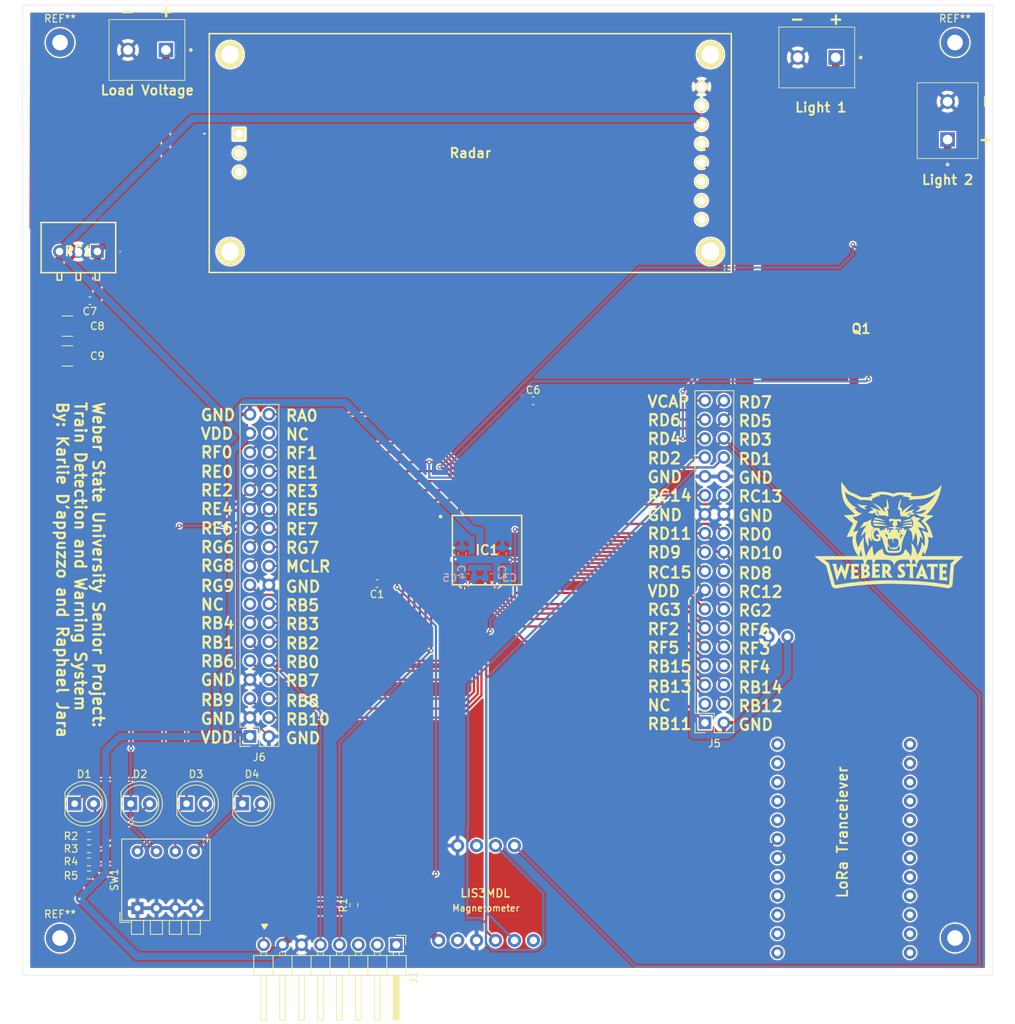
<source format=kicad_pcb>
(kicad_pcb (version 20240108) (generator "pcbnew") (generator_version "8.0")
  (layers (0 "F.Cu" signal) (31 "B.Cu" signal) (34 "B.Paste" user) (35 "F.Paste" user) (36 "B.SilkS" user "B.Silkscreen") (37 "F.SilkS" user "F.Silkscreen") (38 "B.Mask" user) (39 "F.Mask" user) (44 "Edge.Cuts" user))
  (net 0 "")
  (net 1 "RD11")
  (net 2 "RE2")
  (net 3 "RF1")
  (net 4 "RB11")
  (net 5 "RC14")
  (net 6 "RB14")
  (net 7 "VDD")
  (net 8 "RG3")
  (net 9 "RB6")
  (net 10 "RF2")
  (net 11 "RB0")
  (net 12 "RB15")
  (net 13 "GND")
  (net 14 "RB13")
  (net 15 "RB7")
  (net 16 "RE3")
  (net 17 "RE1")
  (net 18 "RD8")
  (net 19 "RD10")
  (net 20 "RB10")
  (net 21 "RG8")
  (net 22 "MCLR")
  (net 23 "RE5")
  (net 24 "RC15")
  (net 25 "RD2")
  (net 26 "RC13")
  (net 27 "RF3")
  (net 28 "RB2")
  (net 29 "RE6")
  (net 30 "RB12")
  (net 31 "RD0")
  (net 32 "RF6")
  (net 33 "RG9")
  (net 34 "RE0")
  (net 35 "RD3")
  (net 36 "RD1")
  (net 37 "RF0")
  (net 38 "RA0")
  (net 39 "RD9")
  (net 40 "RB4")
  (net 41 "RD4")
  (net 42 "RG7")
  (net 43 "RF5")
  (net 44 "RE7")
  (net 45 "RD7")
  (net 46 "RD5")
  (net 47 "RB5")
  (net 48 "RB3")
  (net 49 "RG2")
  (net 50 "VCAP")
  (net 51 "RB8")
  (net 52 "RG6")
  (net 53 "RE4")
  (net 54 "RD6")
  (net 55 "RB9")
  (net 56 "RC12")
  (net 57 "RB1")
  (net 58 "RF4")
  (net 71 "Net-(D1-A)")
  (net 73 "Net-(D2-A)")
  (net 74 "Net-(D4-A)")
  (net 75 "12V")
  (net 76 "Light_2_Positive")
  (net 77 "Light_1_Positive")
  (net 103 "Net-(D3-A)")
  (footprint "Resistor_SMD:R_0603_1608Metric" (layer "F.Cu") (at 244.875 151.8)
    (property "Reference" "R4")
    (property "Value" "1kohm")
  )
  (footprint "Radar:KMD7RFB00H02" (layer "F.Cu") (at 265 54.27)
    (property "Reference" "Radar")
    (property "Value" "K-MD7-RFB-00H-02" (hide yes))
  )
  (footprint "Capacitor_SMD:C_0603_1608Metric" (layer "F.Cu") (at 245 76.6 180)
    (property "Reference" "C7")
    (property "Value" "10uF")
  )
  (footprint "Resistor_SMD:R_0603_1608Metric" (layer "F.Cu") (at 244.875 153.55)
    (property "Reference" "R5")
    (property "Value" "1kohm")
  )
  (footprint "Power_MOSFET:SIB912DKT1GE3" (layer "F.Cu") (at 348.4 78.425)
    (property "Reference" "Q1")
    (property "Value" "SIB912DK-T1-GE3" (hide yes))
  )
  (footprint "Step_Down_Voltage:TPSM84203EAB" (layer "F.Cu") (at 246 70 180)
    (property "Reference" "PS1")
    (property "Value" "TPSM84203EAB" (hide yes))
  )
  (footprint "Screw_Terminal:1729128" (layer "F.Cu") (at 360 55 90)
    (property "Reference" "Light 2")
    (property "Value" "1729128" (hide yes))
  )
  (footprint "pic24_footprint:QFP50P1200X1200X120-64N" (layer "F.Cu") (at 298.25 110.022)
    (property "Reference" "IC1")
    (property "Value" "PIC24FJ128GL306-I_PT" (hide yes))
  )
  (footprint "Adafruit-LIS3MDL-PCB-master:LIS3MDL" (layer "F.Cu") (at 298 156)
    (property "Reference" "U1" (hide yes))
    (property "Value" "LIS3MDL_Breakout" (hide yes))
  )
  (footprint "Capacitor_SMD:C_1210_3225Metric" (layer "F.Cu") (at 242 80 180)
    (property "Reference" "C8")
    (property "Value" "47uF")
  )
  (footprint "LED_THT:LED_D5.0mm" (layer "F.Cu") (at 250.46 144)
    (property "Reference" "D2")
    (property "Value" "LED")
  )
  (footprint "LED_THT:LED_D5.0mm" (layer "F.Cu") (at 265.46 144)
    (property "Reference" "D4")
    (property "Value" "LED")
  )
  (footprint "MountingHole:MountingHole_2.1mm" (layer "F.Cu") (at 241 42)
    (property "Reference" "REF**")
    (property "Value" "MountingHole_2.1mm")
  )
  (footprint "MountingHole:MountingHole_2.1mm" (layer "F.Cu") (at 361 42)
    (property "Reference" "REF**")
    (property "Value" "MountingHole_2.1mm")
  )
  (footprint "" (layer "F.Cu") (at 361 162)
    (property "Reference" "")
    (property "Value" "")
  )
  (footprint "Screw_Terminal:1729128" (layer "F.Cu") (at 345 44 180)
    (property "Reference" "Light 1")
    (property "Value" "1729128" (hide yes))
  )
  (footprint "Connector_PinSocket_2.54mm:PinSocket_2x18_P2.54mm_Vertical" (layer "F.Cu") (at 266.46 135 180)
    (property "Reference" "J6")
    (property "Value" "Conn_02x18_Odd_Even")
  )
  (footprint "MountingHole:MountingHole_2.1mm" (layer "F.Cu") (at 241 162)
    (property "Reference" "REF**")
    (property "Value" "MountingHole_2.1mm")
  )
  (footprint "Screw_Terminal:1729128" (layer "F.Cu") (at 255.185 43 180)
    (property "Reference" "Load Voltage")
    (property "Value" "1729128" (hide yes))
  )
  (footprint "Capacitor_SMD:C_1210_3225Metric" (layer "F.Cu") (at 242 84)
    (property "Reference" "C9")
    (property "Value" "47uF")
  )
  (footprint "Capacitor_SMD:C_0603_1608Metric" (layer "F.Cu") (at 304.43 90)
    (property "Reference" "C6")
    (property "Value" "10uF")
  )
  (footprint "LoRa Tranciever:Wio-E5_mini" (layer "F.Cu") (at 346 150 -90)
    (property "Reference" "U3" (hide yes))
    (property "Value" "Wio-E5_mini")
  )
  (footprint "LED_THT:LED_D5.0mm" (layer "F.Cu") (at 242.96 144)
    (property "Reference" "D1")
    (property "Value" "LED")
  )
  (footprint "Connector_PinSocket_2.54mm:PinSocket_2x18_P2.54mm_Vertical" (layer "F.Cu") (at 327.46 133.16 180)
    (property "Reference" "J5")
    (property "Value" "Conn_02x18_Odd_Even" (hide yes))
  )
  (footprint "Connector_PinHeader_2.54mm:PinHeader_1x08_P2.54mm_Horizontal" (layer "F.Cu") (at 286.08 162.9 -90)
    (property "Reference" "J1")
    (property "Value" "Conn_01x08_Pin")
  )
  (footprint "Resistor_SMD:R_0603_1608Metric" (layer "F.Cu") (at 244.875 148.3)
    (property "Reference" "R2")
    (property "Value" "1kohm")
  )
  (footprint "Capacitor_SMD:C_0603_1608Metric" (layer "F.Cu") (at 283.5 114.5 180)
    (property "Reference" "C1")
    (property "Value" "0.1 uF")
  )
  (footprint "Resistor_SMD:R_0603_1608Metric" (layer "F.Cu") (at 280.4 157.6 90)
    (property "Reference" "R1")
    (property "Value" "330ohm")
  )
  (footprint "Button_Switch_THT:SW_DIP_SPSTx04_Piano_10.8x11.72mm_W7.62mm_P2.54mm" (layer "F.Cu") (at 251.38 158 90)
    (property "Reference" "SW1")
    (property "Value" "SW_DIP_x04")
  )
  (footprint "LOGO" (layer "F.Cu") (at 352.12 108.01)
    (property "Reference" "G***")
    (property "Value" "LOGO" (hide yes))
  )
  (footprint "Resistor_SMD:R_0603_1608Metric" (layer "F.Cu") (at 244.875 150.05)
    (property "Reference" "R3")
    (property "Value" "1kohm")
  )
  (footprint "LED_THT:LED_D5.0mm" (layer "F.Cu") (at 257.96 144)
    (property "Reference" "D3")
    (property "Value" "LED")
  )
  (footprint "Capacitor_SMD:C_0603_1608Metric" (layer "B.Cu") (at 294.9 110.5 -90)
    (property "Reference" "C4")
    (property "Value" "0.1 uF")
  )
  (footprint "Capacitor_SMD:C_0603_1608Metric" (layer "B.Cu") (at 300.3 110.5 -90)
    (property "Reference" "C2")
    (property "Value" "0.1 uF")
  )
  (footprint "Capacitor_SMD:C_0603_1608Metric" (layer "B.Cu") (at 298.8 113.7)
    (property "Reference" "C3")
    (property "Value" "0.1 uF")
  )
  (footprint "Capacitor_SMD:C_0603_1608Metric" (layer "B.Cu") (at 295.725 113.7 180)
    (property "Reference" "C5")
    (property "Value" "0.1 uF")
  )
  (gr_rect (start 347.1423 78.12) (end 348.2377 78.73) (stroke (width 0.01)) (fill solid) (layer "F.Cu") (net 77))
  (gr_rect (start 346.95 79.05) (end 347.95 91.85) (stroke (width 0.2)) (fill solid) (layer "F.Cu") (net 13))
  (gr_line (start 266.5 132.4) (end 269 135) (stroke (width 0.2)) (layer "F.Cu") (net 13))
  (gr_rect (start 348.9 65) (end 349.9 77.8) (stroke (width 0.2)) (fill solid) (layer "F.Cu") (net 13))
  (gr_rect (start 348.56 78.12) (end 349.6554 78.73) (stroke (width 0.01)) (fill solid) (layer "F.Cu") (net 76))
  (gr_rect (start 236 37) (end 366 167) (stroke (width 0.05)) (fill none) (layer "Edge.Cuts"))
  (gr_text "RE6" (at 259.7 108 0) (layer "F.SilkS") (effects (font (size 1.5 1.5) (thickness 0.3) (bold yes)) (justify left bottom)))
  (gr_text "RF0" (at 259.7 97.8 0) (layer "F.SilkS") (effects (font (size 1.5 1.5) (thickness 0.3) (bold yes)) (justify left bottom)))
  (gr_text "GND" (at 259.7 92.8 0) (layer "F.SilkS") (effects (font (size 1.5 1.5) (thickness 0.3) (bold yes)) (justify left bottom)))
  (gr_text "GND" (at 319.6 106.2 0) (layer "F.SilkS") (effects (font (size 1.5 1.5) (thickness 0.3) (bold yes)) (justify left bottom)))
  (gr_text "RG9" (at 259.7 115.7 0) (layer "F.SilkS") (effects (font (size 1.5 1.5) (thickness 0.3) (bold yes)) (justify left bottom)))
  (gr_text "Weber State University Senior Project:\nTrain Detection and Warning System\nBy: Karlie D'appuzzo and Raphael Jara" (at 240.43 90 -90) (layer "F.SilkS") (effects (font (size 1.5 1.5) (thickness 0.3) (bold yes)) (justify left bottom)))
  (gr_text "RB3" (at 271.1 120.8 0) (layer "F.SilkS") (effects (font (size 1.5 1.5) (thickness 0.3) (bold yes)) (justify left bottom)))
  (gr_text "GND" (at 271.1 115.8 0) (layer "F.SilkS") (effects (font (size 1.5 1.5) (thickness 0.3) (bold yes)) (justify left bottom)))
  (gr_text "RC13" (at 331.8 103.7 0) (layer "F.SilkS") (effects (font (size 1.5 1.5) (thickness 0.3) (bold yes)) (justify left bottom)))
  (gr_text "RG3" (at 319.6 118.9 0) (layer "F.SilkS") (effects (font (size 1.5 1.5) (thickness 0.3) (bold yes)) (justify left bottom)))
  (gr_text "RD11" (at 319.6 108.7 0) (layer "F.SilkS") (effects (font (size 1.5 1.5) (thickness 0.3) (bold yes)) (justify left bottom)))
  (gr_text "RE7" (at 271.1 108.1 0) (layer "F.SilkS") (effects (font (size 1.5 1.5) (thickness 0.3) (bold yes)) (justify left bottom)))
  (gr_text "RG8" (at 259.7 113 0) (layer "F.SilkS") (effects (font (size 1.5 1.5) (thickness 0.3) (bold yes)) (justify left bottom)))
  (gr_text "GND" (at 319.6 101.1 0) (layer "F.SilkS") (effects (font (size 1.5 1.5) (thickness 0.3) (bold yes)) (justify left bottom)))
  (gr_text "RE1" (at 271.1 100.5 0) (layer "F.SilkS") (effects (font (size 1.5 1.5) (thickness 0.3) (bold yes)) (justify left bottom)))
  (gr_text "NC" (at 259.7 118.2 0) (layer "F.SilkS") (effects (font (size 1.5 1.5) (thickness 0.3) (bold yes)) (justify left bottom)))
  (gr_text "RC12" (at 331.8 116.5 0) (layer "F.SilkS") (effects (font (size 1.5 1.5) (thickness 0.3) (bold yes)) (justify left bottom)))
  (gr_text "RE5" (at 271.1 105.5 0) (layer "F.SilkS") (effects (font (size 1.5 1.5) (thickness 0.3) (bold yes)) (justify left bottom)))
  (gr_text "RB9" (at 259.7 131 0) (layer "F.SilkS") (effects (font (size 1.5 1.5) (thickness 0.3) (bold yes)) (justify left bottom)))
  (gr_text "RA0" (at 271.1 92.9 0) (layer "F.SilkS") (effects (font (size 1.5 1.5) (thickness 0.3) (bold yes)) (justify left bottom)))
  (gr_text "MCLR" (at 271.1 113.1 0) (layer "F.SilkS") (effects (font (size 1.5 1.5) (thickness 0.3) (bold yes)) (justify left bottom)))
  (gr_text "RB12" (at 331.8 131.8 0) (layer "F.SilkS") (effects (font (size 1.5 1.5) (thickness 0.3) (bold yes)) (justify left bottom)))
  (gr_text "GND" (at 331.8 134.3 0) (layer "F.SilkS") (effects (font (size 1.5 1.5) (thickness 0.3) (bold yes)) (justify left bottom)))
  (gr_text "RC15" (at 319.6 113.9 0) (layer "F.SilkS") (effects (font (size 1.5 1.5) (thickness 0.3) (bold yes)) (justify left bottom)))
  (gr_text "+" (at 343.9 39.7 0) (layer "F.SilkS") (effects (font (size 1.5 1.5) (thickness 0.3) (bold yes)) (justify left bottom)))
  (gr_text "RF3" (at 331.8 124.1 0) (layer "F.SilkS") (effects (font (size 1.5 1.5) (thickness 0.3) (bold yes)) (justify left bottom)))
  (gr_text "RD5" (at 331.8 93.6 0) (layer "F.SilkS") (effects (font (size 1.5 1.5) (thickness 0.3) (bold yes)) (justify left bottom)))
  (gr_text "RB14" (at 331.8 129.3 0) (layer "F.SilkS") (effects (font (size 1.5 1.5) (thickness 0.3) (bold yes)) (justify left bottom)))
  (gr_text "RD9" (at 319.6 111.2 0) (layer "F.SilkS") (effects (font (size 1.5 1.5) (thickness 0.3) (bold yes)) (justify left bottom)))
  (gr_text "RD1" (at 331.8 98.7 0) (layer "F.SilkS") (effects (font (size 1.5 1.5) (thickness 0.3) (bold yes)) (justify left bottom)))
  (gr_text "RE2" (at 259.7 102.9 0) (layer "F.SilkS") (effects (font (size 1.5 1.5) (thickness 0.3) (bold yes)) (justify left bottom)))
  (gr_text "RB13" (at 319.6 129.2 0) (layer "F.SilkS") (effects (font (size 1.5 1.5) (thickness 0.3) (bold yes)) (justify left bottom)))
  (gr_text "RB8" (at 271.1 131.1 0) (layer "F.SilkS") (effects (font (size 1.5 1.5) (thickness 0.3) (bold yes)) (justify left bottom)))
  (gr_text "-" (at 338.7 39.7 0) (layer "F.SilkS") (effects (font (size 1.5 1.5) (thickness 0.3) (bold yes)) (justify left bottom)))
  (gr_text "RG7" (at 271.1 110.6 0) (layer "F.SilkS") (effects (font (size 1.5 1.5) (thickness 0.3) (bold yes)) (justify left bottom)))
  (gr_text "GND" (at 331.8 101.2 0) (layer "F.SilkS") (effects (font (size 1.5 1.5) (thickness 0.3) (bold yes)) (justify left bottom)))
  (gr_text "RD7" (at 331.8 91.1 0) (layer "F.SilkS") (effects (font (size 1.5 1.5) (thickness 0.3) (bold yes)) (justify left bottom)))
  (gr_text "GND" (at 259.7 133.5 0) (layer "F.SilkS") (effects (font (size 1.5 1.5) (thickness 0.3) (bold yes)) (justify left bottom)))
  (gr_text "RB10" (at 271.1 133.6 0) (layer "F.SilkS") (effects (font (size 1.5 1.5) (thickness 0.3) (bold yes)) (justify left bottom)))
  (gr_text "VDD" (at 259.7 136 0) (layer "F.SilkS") (effects (font (size 1.5 1.5) (thickness 0.3) (bold yes)) (justify left bottom)))
  (gr_text "LoRa Tranceiever" (at 346.7 156.8 90) (layer "F.SilkS") (effects (font (size 1.37 1.37) (thickness 0.254) (bold yes)) (justify left bottom)))
  (gr_text "RD6" (at 319.6 93.5 0) (layer "F.SilkS") (effects (font (size 1.5 1.5) (thickness 0.3) (bold yes)) (justify left bottom)))
  (gr_text "RC14" (at 319.6 103.6 0) (layer "F.SilkS") (effects (font (size 1.5 1.5) (thickness 0.3) (bold yes)) (justify left bottom)))
  (gr_text "GND" (at 259.7 128.3 0) (layer "F.SilkS") (effects (font (size 1.5 1.5) (thickness 0.3) (bold yes)) (justify left bottom)))
  (gr_text "RE4" (at 259.7 105.4 0) (layer "F.SilkS") (effects (font (size 1.5 1.5) (thickness 0.3) (bold yes)) (justify left bottom)))
  (gr_text "VCAP" (at 319.6 91 0) (layer "F.SilkS") (effects (font (size 1.5 1.5) (thickness 0.3) (bold yes)) (justify left bottom)))
  (gr_text "-" (at 248.9 38.7 0) (layer "F.SilkS") (effects (font (size 1.5 1.5) (thickness 0.3) (bold yes)) (justify left bottom)))
  (gr_text "RB2" (at 271.1 123.4 0) (layer "F.SilkS") (effects (font (size 1.5 1.5) (thickness 0.3) (bold yes)) (justify left bottom)))
  (gr_text "RF4" (at 331.8 126.6 0) (layer "F.SilkS") (effects (font (size 1.5 1.5) (thickness 0.3) (bold yes)) (justify left bottom)))
  (gr_text "RB6" (at 259.7 125.8 0) (layer "F.SilkS") (effects (font (size 1.5 1.5) (thickness 0.3) (bold yes)) (justify left bottom)))
  (gr_text "RF1" (at 271.1 97.9 0) (layer "F.SilkS") (effects (font (size 1.5 1.5) (thickness 0.3) (bold yes)) (justify left bottom)))
  (gr_text "VDD" (at 319.6 116.4 0) (layer "F.SilkS") (effects (font (size 1.5 1.5) (thickness 0.3) (bold yes)) (justify left bottom)))
  (gr_text "RG2" (at 331.8 119 0) (layer "F.SilkS") (effects (font (size 1.5 1.5) (thickness 0.3) (bold yes)) (justify left bottom)))
  (gr_text "RD2" (at 319.6 98.6 0) (layer "F.SilkS") (effects (font (size 1.5 1.5) (thickness 0.3) (bold yes)) (justify left bottom)))
  (gr_text "RD10" (at 331.8 111.3 0) (layer "F.SilkS") (effects (font (size 1.5 1.5) (thickness 0.3) (bold yes)) (justify left bottom)))
  (gr_text "RB5" (at 271.1 118.3 0) (layer "F.SilkS") (effects (font (size 1.5 1.5) (thickness 0.3) (bold yes)) (justify left bottom)))
  (gr_text "RD8" (at 331.8 114 0) (layer "F.SilkS") (effects (font (size 1.5 1.5) (thickness 0.3) (bold yes)) (justify left bottom)))
  (gr_text "+" (at 254.1 38.7 0) (layer "F.SilkS") (effects (font (size 1.5 1.5) (thickness 0.3) (bold yes)) (justify left bottom)))
  (gr_text "RB4" (at 259.7 120.7 0) (layer "F.SilkS") (effects (font (size 1.5 1.5) (thickness 0.3) (bold yes)) (justify left bottom)))
  (gr_text "NC" (at 319.6 131.7 0) (layer "F.SilkS") (effects (font (size 1.5 1.5) (thickness 0.3) (bold yes)) (justify left bottom)))
  (gr_text "RD0" (at 331.8 108.8 0) (layer "F.SilkS") (effects (font (size 1.5 1.5) (thickness 0.3) (bold yes)) (justify left bottom)))
  (gr_text "GND" (at 271.1 136.1 0) (layer "F.SilkS") (effects (font (size 1.5 1.5) (thickness 0.3) (bold yes)) (justify left bottom)))
  (gr_text "-" (at 365.8 51 90) (layer "F.SilkS") (effects (font (size 1.5 1.5) (thickness 0.3) (bold yes)) (justify left bottom)))
  (gr_text "NC" (at 271.1 95.4 0) (layer "F.SilkS") (effects (font (size 1.5 1.5) (thickness 0.3) (bold yes)) (justify left bottom)))
  (gr_text "RG6" (at 259.7 110.5 0) (layer "F.SilkS") (effects (font (size 1.5 1.5) (thickness 0.3) (bold yes)) (justify left bottom)))
  (gr_text "RB1" (at 259.7 123.3 0) (layer "F.SilkS") (effects (font (size 1.5 1.5) (thickness 0.3) (bold yes)) (justify left bottom)))
  (gr_text "VDD" (at 259.7 95.3 0) (layer "F.SilkS") (effects (font (size 1.5 1.5) (thickness 0.3) (bold yes)) (justify left bottom)))
  (gr_text "+" (at 365.9 56.2 90) (layer "F.SilkS") (effects (font (size 1.5 1.5) (thickness 0.3) (bold yes)) (justify left bottom)))
  (gr_text "RD4" (at 319.6 96 0) (layer "F.SilkS") (effects (font (size 1.5 1.5) (thickness 0.3) (bold yes)) (justify left bottom)))
  (gr_text "RB7" (at 271.1 128.4 0) (layer "F.SilkS") (effects (font (size 1.5 1.5) (thickness 0.3) (bold yes)) (justify left bottom)))
  (gr_text "RF5" (at 319.6 124 0) (layer "F.SilkS") (effects (font (size 1.5 1.5) (thickness 0.3) (bold yes)) (justify left bottom)))
  (gr_text "RB0" (at 271.1 125.9 0) (layer "F.SilkS") (effects (font (size 1.5 1.5) (thickness 0.3) (bold yes)) (justify left bottom)))
  (gr_text "GND" (at 331.8 106.3 0) (layer "F.SilkS") (effects (font (size 1.5 1.5) (thickness 0.3) (bold yes)) (justify left bottom)))
  (gr_text "RB11" (at 319.6 134.2 0) (layer "F.SilkS") (effects (font (size 1.5 1.5) (thickness 0.3) (bold yes)) (justify left bottom)))
  (gr_text "RE0" (at 259.7 100.4 0) (layer "F.SilkS") (effects (font (size 1.5 1.5) (thickness 0.3) (bold yes)) (justify left bottom)))
  (gr_text "RE3" (at 271.1 103 0) (layer "F.SilkS") (effects (font (size 1.5 1.5) (thickness 0.3) (bold yes)) (justify left bottom)))
  (gr_text "RD3" (at 331.8 96.1 0) (layer "F.SilkS") (effects (font (size 1.5 1.5) (thickness 0.3) (bold yes)) (justify left bottom)))
  (gr_text "RF2" (at 319.6 121.5 0) (layer "F.SilkS") (effects (font (size 1.5 1.5) (thickness 0.3) (bold yes)) (justify left bottom)))
  (gr_text "RB15" (at 319.6 126.5 0) (layer "F.SilkS") (effects (font (size 1.5 1.5) (thickness 0.3) (bold yes)) (justify left bottom)))
  (gr_text "RF6" (at 331.8 121.6 0) (layer "F.SilkS") (effects (font (size 1.5 1.5) (thickness 0.3) (bold yes)) (justify left bottom)))
  (segment (start 336.0045 151.756909) (end 336.693091 152.4455) (width 0.3) (layer "F.Cu") (net 1))
  (segment (start 336.0045 149.9055) (end 336.0045 151.756909) (width 0.3) (layer "F.Cu") (net 1))
  (segment (start 337.18 148.73) (end 336.0045 149.9055) (width 0.3) (layer "F.Cu") (net 1))
  (segment (start 340.7 149.7) (end 340.7 119.302943) (width 0.3) (layer "F.Cu") (net 1))
  (segment (start 330.364975 108.967918) (end 328.667918 108.967918) (width 0.3) (layer "F.Cu") (net 1))
  (segment (start 327.448 107.772) (end 327.46 107.76) (width 0.3) (layer "F.Cu") (net 1))
  (segment (start 336.693091 152.4455) (end 337.9545 152.4455) (width 0.3) (layer "F.Cu") (net 1))
  (segment (start 303.988 107.772) (end 327.448 107.772) (width 0.3) (layer "F.Cu") (net 1))
  (segment (start 337.9545 152.4455) (end 340.7 149.7) (width 0.3) (layer "F.Cu") (net 1))
  (segment (start 340.7 119.302943) (end 330.364975 108.967918) (width 0.3) (layer "F.Cu") (net 1))
  (segment (start 328.667918 108.967918) (end 327.46 107.76) (width 0.3) (layer "F.Cu") (net 1))
  (segment (start 267.66 100.78) (end 266.46 101.98) (width 0.3) (layer "F.Cu") (net 2))
  (segment (start 295.5 104.284) (end 295.5 102.989393) (width 0.3) (layer "F.Cu") (net 2))
  (segment (start 254.96 140.75) (end 246.21 140.75) (width 0.3) (layer "F.Cu") (net 2))
  (segment (start 254.96 140.75) (end 254.96 113.48) (width 0.3) (layer "F.Cu") (net 2))
  (segment (start 293.290607 100.78) (end 267.66 100.78) (width 0.3) (layer "F.Cu") (net 2))
  (segment (start 251.38 150.38) (end 254.96 146.8) (width 0.3) (layer "F.Cu") (net 2))
  (segment (start 254.96 146.8) (end 254.96 140.75) (width 0.3) (layer "F.Cu") (net 2))
  (segment (start 246.21 140.75) (end 242.96 144) (width 0.3) (layer "F.Cu") (net 2))
  (segment (start 295.5 102.989393) (end 293.290607 100.78) (width 0.3) (layer "F.Cu") (net 2))
  (segment (start 254.96 113.48) (end 266.46 101.98) (width 0.3) (layer "F.Cu") (net 2))
  (segment (start 297 104.284) (end 297 102.368072) (width 0.3) (layer "F.Cu") (net 3))
  (segment (start 291.531928 96.9) (end 269 96.9) (width 0.3) (layer "F.Cu") (net 3))
  (segment (start 297 102.368072) (end 291.531928 96.9) (width 0.3) (layer "F.Cu") (net 3))
  (segment (start 319 124.7) (end 327.46 133.16) (width 0.3) (layer "F.Cu") (net 4))
  (segment (start 319 122.25) (end 319 124.7) (width 0.3) (layer "F.Cu") (net 4))
  (segment (start 303.416966 122.25) (end 319 122.25) (width 0.3) (layer "F.Cu") (net 4))
  (segment (start 298 116.833034) (end 303.416966 122.25) (width 0.3) (layer "F.Cu") (net 4))
  (segment (start 298 115.76) (end 298 116.833034) (width 0.3) (layer "F.Cu") (net 4))
  (segment (start 304.01 106.25) (end 305 106.25) (width 0.3) (layer "F.Cu") (net 5))
  (segment (start 308.57 102.68) (end 327.46 102.68) (width 0.3) (layer "F.Cu") (net 5))
  (segment (start 305 106.25) (end 308.57 102.68) (width 0.3) (layer "F.Cu") (net 5))
  (segment (start 303.988 106.272) (end 304.01 106.25) (width 0.3) (layer "F.Cu") (net 5))
  (segment (start 300.5 117.211713) (end 301.80684 118.518553) (width 0.3) (layer "F.Cu") (net 6))
  (segment (start 300.5 115.76) (end 300.5 117.211713) (width 0.3) (layer "F.Cu") (net 6))
  (segment (start 319.731447 118.518553) (end 319.731447 119.508504) (width 0.3) (layer "F.Cu") (net 6))
  (segment (start 319.731447 119.508504) (end 326.972943 126.75) (width 0.3) (layer "F.Cu") (net 6))
  (segment (start 326.972943 126.75) (end 328.67 126.75) (width 0.3) (layer "F.Cu") (net 6))
  (segment (start 301.80684 118.518553) (end 319.731447 118.518553) (width 0.3) (layer "F.Cu") (net 6))
  (segment (start 328.67 126.75) (end 330 128.08) (width 0.3) (layer "F.Cu") (net 6))
  (segment (start 303.988 111.272) (end 323.352 111.272) (width 0.3) (layer "F.Cu") (net 7))
  (segment (start 244.05 148.3) (end 244.235832 148.3) (width 0.3) (layer "F.Cu") (net 7))
  (segment (start 280.4 158.425) (end 287.868 158.425) (width 1.016) (layer "F.Cu") (net 7))
  (segment (start 303.988 111.272) (end 301.328 111.272) (width 0.3) (layer "F.Cu") (net 7))
  (segment (start 301.328 111.272) (end 301.3 111.3) (width 0.3) (layer "F.Cu") (net 7))
  (segment (start 295.5 114.734028) (end 295.317285 114.551313) (width 0.3) (layer "F.Cu") (net 7))
  (segment (start 243.975 150.339168) (end 243.975 149.9) (width 0.3) (layer "F.Cu") (net 7))
  (segment (start 243.61 156.75) (end 243.61 148.74) (width 1.016) (layer "F.Cu") (net 7))
  (segment (start 240.92 83.605) (end 240.525 84) (width 1.016) (layer "F.Cu") (net 7))
  (segment (start 240.92 70) (end 240.92 75.095696) (width 1.016) (layer "F.Cu") (net 7))
  (segment (start 293.5995 110.772) (end 292.512 110.772) (width 0.3) (layer "F.Cu") (net 7))
  (segment (start 294.02 111.24) (end 294.02 111.1925) (width 0.3) (layer "F.Cu") (net 7))
  (segment (start 299 115.76) (end 299 114.6725) (width 0.3) (layer "F.Cu") (net 7))
  (segment (start 295.5 115.76) (end 295.5 114.734028) (width 0.3) (layer "F.Cu") (net 7))
  (segment (start 270.84 162.9) (end 275.315 158.425) (width 1.016) (layer "F.Cu") (net 7))
  (segment (start 323.352 111.272) (end 327.46 115.38) (width 0.3) (layer "F.Cu") (net 7))
  (segment (start 294.02 111.1925) (end 293.5995 110.772) (width 0.3) (layer "F.Cu") (net 7))
  (segment (start 243.975 149.9) (end 243.975 149.760832) (width 0.3) (layer "F.Cu") (net 7))
  (segment (start 299.1725 114.5) (end 299.6 114.5) (width 0.3) (layer "F.Cu") (net 7))
  (segment (start 240.92 70) (end 240.92 83.605) (width 1.016) (layer "F.Cu") (net 7))
  (segment (start 287.868 158.425) (end 291.762 162.319) (width 1.016) (layer "F.Cu") (net 7))
  (segment (start 275.315 158.425) (end 280.4 158.425) (width 1.016) (layer "F.Cu") (net 7))
  (segment (start 243.61 148.74) (end 244.05 148.3) (width 1.016) (layer "F.Cu") (net 7))
  (segment (start 299 114.6725) (end 299.1725 114.5) (width 0.3) (layer "F.Cu") (net 7))
  (via (at 294.02 111.24) (size 0.6) (drill 0.3) (layers "F.Cu" "B.Cu") (net 7))
  (via (at 243.61 156.75) (size 0.6) (drill 0.3) (layers "F.Cu" "B.Cu") (net 7))
  (via (at 301.3 111.3) (size 0.6) (drill 0.3) (layers "F.Cu" "B.Cu") (net 7))
  (via (at 299.6 114.5) (size 0.6) (drill 0.3) (layers "F.Cu" "B.Cu") (net 7))
  (via (at 295.317285 114.551313) (size 0.6) (drill 0.3) (layers "F.Cu" "B.Cu") (net 7))
  (segment (start 261.92 135) (end 266.46 135) (width 1.016) (layer "B.Cu") (net 7))
  (segment (start 327 53) (end 326.167501 52.167501) (width 1.016) (layer "B.Cu") (net 7))
  (segment (start 243.61 156.75) (end 251.318 164.458) (width 1.016) (layer "B.Cu") (net 7))
  (segment (start 297.3 107.37) (end 297.3 111.275) (width 1.016) (layer "B.Cu") (net 7))
  (segment (start 299.575 113.7) (end 299.575 111.28) (width 1.016) (layer "B.Cu") (net 7))
  (segment (start 297.3 111.275) (end 297.3 110.830592) (width 0.3) (layer "B.Cu") (net 7))
  (segment (start 299.6 113.725) (end 299.575 113.7) (width 1.016) (layer "B.Cu") (net 7))
  (segment (start 301.142 111.275) (end 301.142 111.3) (width 1.016) (layer "B.Cu") (net 7))
  (segment (start 251.318 164.458) (end 269.282 164.458) (width 1.016) (layer "B.Cu") (net 7))
  (segment (start 299.575 111.28) (end 299.58 111.275) (width 1.016) (layer "B.Cu") (net 7))
  (segment (start 294.95 113.7) (end 294.95 111.325) (width 1.016) (layer "B.Cu") (net 7))
  (segment (start 325.902 134.718) (end 326.004 134.82) (width 1.016) (layer "B.Cu") (net 7))
  (segment (start 326.004 134.82) (end 330.543345 134.82) (width 1.016) (layer "B.Cu") (net 7))
  (segment (start 279.248605 90.262) (end 296.356605 107.37) (width 1.016) (layer "B.Cu") (net 7))
  (segment (start 338.529 126.834345) (end 338.529 121.615) (width 1.016) (layer "B.Cu") (net 7))
  (segment (start 326.167501 52.167501) (end 258.752499 52.167501) (width 1.016) (layer "B.Cu") (net 7))
  (segment (start 263.97 96.85) (end 263.97 125.42) (width 1.016) (layer "B.Cu") (net 7))
  (segment (start 266.46 94.36) (end 264.902 92.802) (width 1.016) (layer "B.Cu") (net 7))
  (segment (start 327.46 115.38) (end 325.902 116.938) (width 1.016) (layer "B.Cu") (net 7))
  (segment (start 299.58 111.275) (end 300.3 111.275) (width 1.016) (layer "B.Cu") (net 7))
  (segment (start 247.108 153.252) (end 243.61 156.75) (width 1.016) (layer "B.Cu") (net 7))
  (segment (start 261.92 127.47) (end 261.92 135) (width 1.016) (layer "B.Cu") (net 7))
  (segment (start 294.865 111.24) (end 294.9 111.275) (width 1.016) (layer "B.Cu") (net 7))
  (segment (start 297.3 111.275) (end 299.58 111.275) (width 1.016) (layer "B.Cu") (net 7))
  (segment (start 263.97 125.42) (end 261.92 127.47) (width 1.016) (layer "B.Cu") (net 7))
  (segment (start 294.95 113.7) (end 294.95 114.379432) (width 1.016) (layer "B.Cu") (net 7))
  (segment (start 294.95 111.325) (end 294.9 111.275) (width 1.016) (layer "B.Cu") (net 7))
  (segment (start 266.46 94.36) (end 263.97 96.85) (width 1.016) (layer "B.Cu") (net 7))
  (segment (start 265.28 94.36) (end 266.46 94.36) (width 1.016) (layer "B.Cu") (net 7))
  (segment (start 294.875 111.3) (end 294.9 111.275) (width 0.3) (layer "B.Cu") (net 7))
  (segment (start 266.46 135) (end 249.04 135) (width 1.016) (layer "B.Cu") (net 7))
  (segment (start 330.543345 134.82) (end 338.529 126.834345) (width 1.016) (layer "B.Cu") (net 7))
  (segment (start 265.814655 90.262) (end 279.248605 90.262) (width 1.016) (layer "B.Cu") (net 7))
  (segment (start 294.02 111.24) (end 294.865 111.24) (width 1.016) (layer "B.Cu") (net 7))
  (segment (start 294.95 114.379432) (end 295.121881 114.551313) (width 1.016) (layer "B.Cu") (net 7))
  (segment (start 240.92 70) (end 265.28 94.36) (width 1.016) (layer "B.Cu") (net 7))
  (segment (start 258.752499 52.167501) (end 240.92 70) (width 1.016) (layer "B.Cu") (net 7))
  (segment (start 264.902 91.174655) (end 265.814655 90.262) (width 1.016) (layer "B.Cu") (net 7))
  (segment (start 300.3 111.275) (end 301.142 111.275) (width 1.016) (layer "B.Cu") (net 7))
  (segment (start 299.6 114.5) (end 299.6 113.725) (width 1.016) (layer "B.Cu") (net 7))
  (segment (start 269.282 164.458) (end 270.84 162.9) (width 1.016) (layer "B.Cu") (net 7))
  (segment (start 325.902 116.938) (end 325.902 134.718) (width 1.016) (layer "B.Cu") (net 7))
  (segment (start 296.356605 107.37) (end 297.3 107.37) (width 1.016) (layer "B.Cu") (net 7))
  (segment (start 300.325 111.3) (end 300.3 111.275) (width 0.3) (layer "B.Cu") (net 7))
  (segment (start 264.902 92.802) (end 264.902 91.174655) (width 1.016) (layer "B.Cu") (net 7))
  (segment (start 247.108 136.932) (end 247.108 153.252) (width 1.016) (layer "B.Cu") (net 7))
  (segment (start 249.04 135) (end 247.108 136.932) (width 1.016) (layer "B.Cu") (net 7))
  (segment (start 294.9 111.275) (end 297.3 111.275) (width 1.016) (layer "B.Cu") (net 7))
  (segment (start 327.455837 117.92) (end 327.46 117.92) (width 0.3) (layer "F.Cu") (net 8))
  (segment (start 303.988 112.272) (end 321.807837 112.272) (width 0.3) (layer "F.Cu") (net 8))
  (segment (start 321.807837 112.272) (end 327.455837 117.92) (width 0.3) (layer "F.Cu") (net 8))
  (segment (start 294.5 125.542894) (end 293.862894 126.18) (width 0.3) (layer "F.Cu") (net 9))
  (segment (start 293.862894 126.18) (end 267.8 126.18) (width 0.3) (layer "F.Cu") (net 9))
  (segment (start 294.5 115.76) (end 294.5 125.542894) (width 0.3) (layer "F.Cu") (net 9))
  (segment (start 267.8 126.18) (end 266.46 124.84) (width 0.3) (layer "F.Cu") (net 9))
  (segment (start 327.455837 120.46) (end 327.46 120.46) (width 0.3) (layer "F.Cu") (net 10))
  (segment (start 320.267837 113.272) (end 327.455837 120.46) (width 0.3) (layer "F.Cu") (net 10))
  (segment (start 303.988 113.272) (end 320.267837 113.272) (width 0.3) (layer "F.Cu") (net 10))
  (segment (start 291.91 124.84) (end 269 124.84) (width 0.3) (layer "F.Cu") (net 11))
  (segment (start 292 124.75) (end 291.91 124.84) (width 0.3) (layer "F.Cu") (net 11))
  (segment (start 292.512 124.738) (end 292.5 124.75) (width 0.3) (layer "F.Cu") (net 11))
  (segment (start 292.512 113.772) (end 292.512 124.738) (width 0.3) (layer "F.Cu") (net 11))
  (segment (start 292.5 124.75) (end 292 124.75) (width 0.3) (layer "F.Cu") (net 11))
  (segment (start 269 124.84) (end 275.92 131.76) (width 0.3) (layer "B.Cu") (net 11))
  (segment (start 275.92 131.76) (end 275.92 162.9) (width 0.3) (layer "B.Cu") (net 11))
  (segment (start 301 115.76) (end 301 117.004606) (width 0.3) (layer "F.Cu") (net 12))
  (segment (start 319.896447 117.976447) (end 327.46 125.54) (width 0.3) (layer "F.Cu") (net 12))
  (segment (start 301 117.004606) (end 301.848947 117.853553) (width 0.3) (layer "F.Cu") (net 12))
  (segment (start 319.896447 117.853553) (end 319.896447 117.976447) (width 0.3) (layer "F.Cu") (net 12))
  (segment (start 301.848947 117.853553) (end 319.896447 117.853553) (width 0.3) (layer "F.Cu") (net 12))
  (segment (start 303.988 109.772) (end 301.378 109.772) (width 0.3) (layer "F.Cu") (net 13))
  (segment (start 293.5995 110.272) (end 292.512 110.272) (width 0.3) (layer "F.Cu") (net 13))
  (segment (start 296 115.76) (end 296 114.70344) (width 0.3) (layer "F.Cu") (net 13))
  (segment (start 298.5 115.76) (end 298.5 114.6725) (width 0.3) (layer "F.Cu") (net 13))
  (segment (start 298.349998 114.522498) (end 298.017705 114.522498) (width 0.3) (layer "F.Cu") (net 13))
  (segment (start 301.378 109.772) (end 301.35 109.8) (width 0.3) (layer "F.Cu") (net 13))
  (segment (start 298.5 114.6725) (end 298.349998 114.522498) (width 0.3) (layer "F.Cu") (net 13))
  (segment (start 293.8 109.7) (end 293.8 110.0715) (width 0.3) (layer "F.Cu") (net 13))
  (segment (start 296 114.70344) (end 296.129881 114.573559) (width 0.3) (layer "F.Cu") (net 13))
  (segment (start 293.8 110.0715) (end 293.5995 110.272) (width 0.3) (layer "F.Cu") (net 13))
  (via (at 301.35 109.8) (size 0.6) (drill 0.3) (layers "F.Cu" "B.Cu") (net 13))
  (via (at 298.017705 114.522498) (size 0.6) (drill 0.3) (layers "F.Cu" "B.Cu") (net 13))
  (via (at 296.129881 114.573559) (size 0.6) (drill 0.3) (layers "F.Cu" "B.Cu") (net 13))
  (via (at 293.8 109.7) (size 0.6) (drill 0.3) (layers "F.Cu" "B.Cu") (net 13))
  (segment (start 300.375 109.8) (end 300.3 109.725) (width 0.3) (layer "B.Cu") (net 13))
  (segment (start 298.017705 113.707295) (end 298.025 113.7) (width 0.3) (layer "B.Cu") (net 13))
  (segment (start 293.8 109.7) (end 294.875 109.7) (width 0.3) (layer "B.Cu") (net 13))
  (segment (start 298.017705 114.522498) (end 298.017705 113.707295) (width 0.3) (layer "B.Cu") (net 13))
  (segment (start 301.35 109.8) (end 300.375 109.8) (width 0.3) (layer "B.Cu") (net 13))
  (segment (start 294.875 109.7) (end 294.9 109.725) (width 0.3) (layer "B.Cu") (net 13))
  (segment (start 296.129881 114.070119) (end 296.5 113.7) (width 0.3) (layer "B.Cu") (net 13))
  (segment (start 296.129881 114.573559) (end 296.129881 114.070119) (width 0.3) (layer "B.Cu") (net 13))
  (segment (start 328.167107 128.08) (end 327.46 128.08) (width 0.3) (layer "F.Cu") (net 14))
  (segment (start 319.231447 119.851447) (end 327.46 128.08) (width 0.3) (layer "F.Cu") (net 14))
  (segment (start 301.83118 119.25) (end 319.231447 119.25) (width 0.3) (layer "F.Cu") (net 14))
  (segment (start 300 115.76) (end 300 117.41882) (width 0.3) (layer "F.Cu") (net 14))
  (segment (start 300 117.41882) (end 301.83118 119.25) (width 0.3) (layer "F.Cu") (net 14))
  (segment (start 319.231447 119.25) (end 319.231447 119.851447) (width 0.3) (layer "F.Cu") (net 14))
  (segment (start 293.37 127.38) (end 269 127.38) (width 0.3) (layer "F.Cu") (net 15))
  (segment (start 295 115.76) (end 295 125.75) (width 0.3) (layer "F.Cu") (net 15))
  (segment (start 295 125.75) (end 293.37 127.38) (width 0.3) (layer "F.Cu") (net 15))
  (segment (start 262.75 106.532943) (end 266.032943 103.25) (width 0.3) (layer "F.Cu") (net 16))
  (segment (start 268.292894 101.98) (end 269 101.98) (width 0.3) (layer "F.Cu") (net 16))
  (segment (start 266.032943 103.25) (end 267.022894 103.25) (width 0.3) (layer "F.Cu") (net 16))
  (segment (start 267.022894 103.25) (end 268.292894 101.98) (width 0.3) (layer "F.Cu") (net 16))
  (segment (start 262.75 106.75) (end 262.75 106.532943) (width 0.3) (layer "F.Cu") (net 16))
  (segment (start 250.5 136.6) (end 250.5 113.25) (width 0.3) (layer "F.Cu") (net 16))
  (segment (start 293.7835 101.98) (end 269 101.98) (width 0.3) (layer "F.Cu") (net 16))
  (segment (start 250.5 113.25) (end 257 106.75) (width 0.3) (layer "F.Cu") (net 16))
  (segment (start 295 103.1965) (end 293.7835 101.98) (width 0.3) (layer "F.Cu") (net 16))
  (segment (start 295 104.284) (end 295 103.1965) (width 0.3) (layer "F.Cu") (net 16))
  (via (at 250.5 136.6) (size 0.6) (drill 0.3) (layers "F.Cu" "B.Cu") (net 16))
  (via (at 257 106.75) (size 0.6) (drill 0.3) (layers "F.Cu" "B.Cu") (net 16))
  (via (at 262.75 106.75) (size 0.6) (drill 0.3) (layers "F.Cu" "B.Cu") (net 16))
  (segment (start 250.46 144) (end 250.46 136.64) (width 0.3) (layer "B.Cu") (net 16))
  (segment (start 250.46 136.64) (end 250.5 136.6) (width 0.3) (layer "B.Cu") (net 16))
  (segment (start 250.46 146.92) (end 253.92 150.38) (width 0.3) (layer "B.Cu") (net 16))
  (segment (start 257 106.75) (end 262.75 106.75) (width 0.3) (layer "B.Cu") (net 16))
  (segment (start 250.46 144) (end 250.46 146.92) (width 0.3) (layer "B.Cu") (net 16))
  (segment (start 296 104.284) (end 296 102.782286) (width 0.3) (layer "F.Cu") (net 17))
  (segment (start 292.657714 99.44) (end 269 99.44) (width 0.3) (layer "F.Cu") (net 17))
  (segment (start 293.008857 99.791143) (end 292.657714 99.44) (width 0.3) (layer "F.Cu") (net 17))
  (segment (start 347.3 69.05) (end 348.4 70.15) (width 0.3) (layer "F.Cu") (net 17))
  (segment (start 348.4 70.15) (end 348.4 77.75) (width 0.3) (layer "F.Cu") (net 17))
  (segment (start 291.9 98.9) (end 292.117714 98.9) (width 0.3) (layer "F.Cu") (net 17))
  (segment (start 292.117714 98.9) (end 293.008857 99.791143) (width 0.3) (layer "F.Cu") (net 17))
  (segment (start 296 102.782286) (end 293.008857 99.791143) (width 0.3) (layer "F.Cu") (net 17))
  (via (at 291.9 98.9) (size 0.6) (drill 0.3) (layers "F.Cu" "B.Cu") (net 17))
  (via (at 347.3 69.05) (size 0.6) (drill 0.3) (layers "F.Cu" "B.Cu") (net 17))
  (segment (start 347.3 70.398999) (end 345.538999 72.16) (width 0.3) (layer "B.Cu") (net 17))
  (segment (start 347.3 69.05) (end 347.3 70.398999) (width 0.3) (layer "B.Cu") (net 17))
  (segment (start 345.538999 72.16) (end 318.64 72.16) (width 0.3) (layer "B.Cu") (net 17))
  (segment (start 318.64 72.16) (end 291.9 98.9) (width 0.3) (layer "B.Cu") (net 17))
  (segment (start 327.102943 111.64) (end 328.8 111.64) (width 0.3) (layer "F.Cu") (net 18))
  (segment (start 328.8 111.64) (end 330 112.84) (width 0.3) (layer "F.Cu") (net 18))
  (segment (start 324.734943 109.272) (end 327.102943 111.64) (width 0.3) (layer "F.Cu") (net 18))
  (segment (start 303.988 109.272) (end 324.734943 109.272) (width 0.3) (layer "F.Cu") (net 18))
  (segment (start 326.134943 108.272) (end 326.962943 109.1) (width 0.3) (layer "F.Cu") (net 19))
  (segment (start 330 110.3) (end 330 111.142943) (width 0.3) (layer "F.Cu") (net 19))
  (segment (start 340.2 148.25) (end 340.2 120.5) (width 0.3) (layer "F.Cu") (net 19))
  (segment (start 327.957057 109.1) (end 329.157057 110.3) (width 0.3) (layer "F.Cu") (net 19))
  (segment (start 303.988 108.272) (end 326.134943 108.272) (width 0.3) (layer "F.Cu") (net 19))
  (segment (start 326.962943 109.1) (end 327.957057 109.1) (width 0.3) (layer "F.Cu") (net 19))
  (segment (start 337.18 151.27) (end 340.2 148.25) (width 0.3) (layer "F.Cu") (net 19))
  (segment (start 340.2 120.5) (end 330 110.3) (width 0.3) (layer "F.Cu") (net 19))
  (segment (start 329.157057 110.3) (end 330 110.3) (width 0.3) (layer "F.Cu") (net 19))
  (segment (start 297.5 129.5) (end 294.54 132.46) (width 0.3) (layer "F.Cu") (net 20))
  (segment (start 294.54 132.46) (end 269 132.46) (width 0.3) (layer "F.Cu") (net 20))
  (segment (start 297.5 115.76) (end 297.5 129.5) (width 0.3) (layer "F.Cu") (net 20))
  (segment (start 289.228 108.772) (end 287.06 110.94) (width 0.3) (layer "F.Cu") (net 21))
  (segment (start 287.06 110.94) (end 267.66 110.94) (width 0.3) (layer "F.Cu") (net 21))
  (segment (start 292.512 108.772) (end 289.228 108.772) (width 0.3) (layer "F.Cu") (net 21))
  (segment (start 267.66 110.94) (end 266.46 112.14) (width 0.3) (layer "F.Cu") (net 21))
  (segment (start 268.3 161.7) (end 268.3 162.9) (width 0.3) (layer "F.Cu") (net 22))
  (segment (start 280.4 156.775) (end 273.225 156.775) (width 0.3) (layer "F.Cu") (net 22))
  (segment (start 287 112.25) (end 287.11 112.14) (width 0.3) (layer "F.Cu") (net 22))
  (segment (start 284.75 114.5) (end 287 112.25) (width 0.3) (layer "F.Cu") (net 22))
  (segment (start 286.25 112.14) (end 269 112.14) (width 0.3) (layer "F.Cu") (net 22))
  (segment (start 288.025 156.775) (end 291.4 153.4) (width 0.3) (layer "F.Cu") (net 22))
  (segment (start 289.978 109.272) (end 287.11 112.14) (width 0.3) (layer "F.Cu") (net 22))
  (segment (start 283.82 114.5) (end 284.75 114.5) (width 0.3) (layer "F.Cu") (net 22))
  (segment (start 286.2 113.05) (end 287 112.25) (width 0.3) (layer "F.Cu") (net 22))
  (segment (start 292.512 109.272) (end 289.978 109.272) (width 0.3) (layer "F.Cu") (net 22))
  (segment (start 280.4 156.775) (end 288.025 156.775) (width 0.3) (layer "F.Cu") (net 22))
  (segment (start 273.225 156.775) (end 268.3 161.7) (width 0.3) (layer "F.Cu") (net 22))
  (segment (start 286.2 115) (end 286.2 113.05) (width 0.3) (layer "F.Cu") (net 22))
  (segment (start 287.11 112.14) (end 286.25 112.14) (width 0.3) (layer "F.Cu") (net 22))
  (via (at 286.2 115) (size 0.6) (drill 0.3) (layers "F.Cu" "B.Cu") (net 22))
  (via (at 291.4 153.4) (size 0.6) (drill 0.3) (layers "F.Cu" "B.Cu") (net 22))
  (segment (start 286.2 115) (end 291.4 120.2) (width 0.3) (layer "B.Cu") (net 22))
  (segment (start 291.4 145.102943) (end 291.4 153.4) (width 0.3) (layer "B.Cu") (net 22))
  (segment (start 291.4 120.2) (end 291.4 145.102943) (width 0.3) (layer "B.Cu") (net 22))
  (segment (start 265.46 143.25) (end 265.46 144) (width 0.3) (layer "F.Cu") (net 23))
  (segment (start 264.21 107.612943) (end 266.072943 105.75) (width 0.3) (layer "F.Cu") (net 23))
  (segment (start 266.072943 105.75) (end 267.77 105.75) (width 0.3) (layer "F.Cu") (net 23))
  (segment (start 264.21 142) (end 265.46 143.25) (width 0.3) (layer "F.Cu") (net 23))
  (segment (start 292.512 106.272) (end 270.752 106.272) (width 0.3) (layer "F.Cu") (net 23))
  (segment (start 264.21 142) (end 264.21 107.612943) (width 0.3) (layer "F.Cu") (net 23))
  (segment (start 267.77 105.75) (end 269 104.52) (width 0.3) (layer "F.Cu") (net 23))
  (segment (start 270.752 106.272) (end 269 104.52) (width 0.3) (layer "F.Cu") (net 23))
  (segment (start 265.38 144) (end 259 150.38) (width 0.3) (layer "B.Cu") (net 23))
  (segment (start 265.46 144) (end 265.38 144) (width 0.3) (layer "B.Cu") (net 23))
  (segment (start 324.892 110.272) (end 327.46 112.84) (width 0.3) (layer "F.Cu") (net 24))
  (segment (start 303.988 110.272) (end 324.892 110.272) (width 0.3) (layer "F.Cu") (net 24))
  (segment (start 307.18553 97.6) (end 327.46 97.6) (width 0.3) (layer "F.Cu") (net 25))
  (segment (start 301.5 104.284) (end 301.5 103.28553) (width 0.3) (layer "F.Cu") (net 25))
  (segment (start 301.5 103.28553) (end 307.18553 97.6) (width 0.3) (layer "F.Cu") (net 25))
  (segment (start 298.910789 163.6) (end 298.1 162.789211) (width 0.3) (layer "B.Cu") (net 25))
  (segment (start 297.427789 159.327789) (end 297.9 159.8) (width 0.3) (layer "B.Cu") (net 25))
  (segment (start 299.382 149.619) (end 305.8 156.037) (width 0.3) (layer "B.Cu") (net 25))
  (segment (start 305.8 162.733211) (end 304.933211 163.6) (width 0.3) (layer "B.Cu") (net 25))
  (segment (start 295.603 159.327789) (end 297.427789 159.327789) (width 0.3) (layer "B.Cu") (net 25))
  (segment (start 298.1 162.789211) (end 298.1 160) (width 0.3) (layer "B.Cu") (net 25))
  (segment (start 327.46 97.6) (end 326.257919 97.6) (width 0.3) (layer "B.Cu") (net 25))
  (segment (start 298.1 160) (end 297.9 159.8) (width 0.3) (layer "B.Cu") (net 25))
  (segment (start 295.7 147) (end 295.603 147.097) (width 0.3) (layer "B.Cu") (net 25))
  (segment (start 305.8 156.037) (end 305.8 162.733211) (width 0.3) (layer "B.Cu") (net 25))
  (segment (start 326.257919 97.6) (end 295.7 128.157919) (width 0.3) (layer "B.Cu") (net 25))
  (segment (start 304.933211 163.6) (end 298.910789 163.6) (width 0.3) (layer "B.Cu") (net 25))
  (segment (start 295.7 128.157919) (end 295.7 147) (width 0.3) (layer "B.Cu") (net 25))
  (segment (start 295.603 147.097) (end 295.603 159.327789) (width 0.3) (layer "B.Cu") (net 25))
  (segment (start 303.988 106.772) (end 305.228 106.772) (width 0.3) (layer "F.Cu") (net 26))
  (segment (start 328.8 103.88) (end 330 102.68) (width 0.3) (layer "F.Cu") (net 26))
  (segment (start 308.12 103.88) (end 328.8 103.88) (width 0.3) (layer "F.Cu") (net 26))
  (segment (start 305.228 106.772) (end 308.12 103.88) (width 0.3) (layer "F.Cu") (net 26))
  (segment (start 321.394366 115.105635) (end 321.394366 116.091423) (width 0.3) (layer "F.Cu") (net 27))
  (segment (start 320.060731 113.772) (end 321.394366 115.105635) (width 0.3) (layer "F.Cu") (net 27))
  (segment (start 328.8 121.8) (end 330 123) (width 0.3) (layer "F.Cu") (net 27))
  (segment (start 327.102943 121.8) (end 328.8 121.8) (width 0.3) (layer "F.Cu") (net 27))
  (segment (start 303.988 113.772) (end 320.060731 113.772) (width 0.3) (layer "F.Cu") (net 27))
  (segment (start 321.394366 116.091423) (end 327.102943 121.8) (width 0.3) (layer "F.Cu") (net 27))
  (segment (start 292.512 112.772) (end 291.217394 112.772) (width 0.3) (layer "F.Cu") (net 28))
  (segment (start 290 113.989394) (end 290 122.25) (width 0.3) (layer "F.Cu") (net 28))
  (segment (start 290 122.25) (end 289.95 122.3) (width 0.3) (layer "F.Cu") (net 28))
  (segment (start 289.95 122.3) (end 269 122.3) (width 0.3) (layer "F.Cu") (net 28))
  (segment (start 291.217394 112.772) (end 290 113.989394) (width 0.3) (layer "F.Cu") (net 28))
  (segment (start 268.502943 105.86) (end 267.302943 107.06) (width 0.3) (layer "F.Cu") (net 29))
  (segment (start 269.497057 105.86) (end 268.502943 105.86) (width 0.3) (layer "F.Cu") (net 29))
  (segment (start 267.302943 107.06) (end 266.46 107.06) (width 0.3) (layer "F.Cu") (net 29))
  (segment (start 292.512 106.772) (end 270.409057 106.772) (width 0.3) (layer "F.Cu") (net 29))
  (segment (start 270.409057 106.772) (end 269.497057 105.86) (width 0.3) (layer "F.Cu") (net 29))
  (segment (start 318.75 120.25) (end 319 120.5) (width 0.3) (layer "F.Cu") (net 30))
  (segment (start 302.124073 120.25) (end 318.75 120.25) (width 0.3) (layer "F.Cu") (net 30))
  (segment (start 328.66 129.28) (end 330 130.62) (width 0.3) (layer "F.Cu") (net 30))
  (segment (start 319 121.317057) (end 326.091472 128.408528) (width 0.3) (layer "F.Cu") (net 30))
  (segment (start 326.091472 128.408528) (end 326.962943 129.28) (width 0.3) (layer "F.Cu") (net 30))
  (segment (start 326.962943 129.28) (end 328.66 129.28) (width 0.3) (layer "F.Cu") (net 30))
  (segment (start 319 120.5) (end 319 121.317057) (width 0.3) (layer "F.Cu") (net 30))
  (segment (start 299.5 115.76) (end 299.5 117.625927) (width 0.3) (layer "F.Cu") (net 30))
  (segment (start 299.5 117.625927) (end 302.124073 120.25) (width 0.3) (layer "F.Cu") (net 30))
  (segment (start 302 107.25) (end 302.022 107.272) (width 0.3) (layer "F.Cu") (net 31))
  (segment (start 328.74 106.5) (end 330 107.76) (width 0.3) (layer "F.Cu") (net 31))
  (segment (start 298.7 120.9) (end 298.143 121.457) (width 0.3) (layer "F.Cu") (net 31))
  (segment (start 305.435106 107.272) (end 306.207106 106.5) (width 0.3) (layer "F.Cu") (net 31))
  (segment (start 298.143 161.08) (end 299.382 162.319) (width 0.3) (layer "F.Cu") (net 31))
  (segment (start 302.022 107.272) (end 303.988 107.272) (width 0.3) (layer "F.Cu") (net 31))
  (segment (start 298.143 121.457) (end 298.143 161.08) (width 0.3) (layer "F.Cu") (net 31))
  (segment (start 306.207106 106.5) (end 328.74 106.5) (width 0.3) (layer "F.Cu") (net 31))
  (segment (start 303.988 107.272) (end 305.435106 107.272) (width 0.3) (layer "F.Cu") (net 31))
  (via (at 302 107.25) (size 0.6) (drill 0.3) (layers "F.Cu" "B.Cu") (net 31))
  (via (at 298.7 120.9) (size 0.6) (drill 0.3) (layers "F.Cu" "B.Cu") (net 31))
  (segment (start 302 116.075) (end 302 107.25) (width 0.3) (layer "B.Cu") (net 31))
  (segment (start 298.7 119.375) (end 302 116.075) (width 0.3) (layer "B.Cu") (net 31))
  (segment (start 298.7 120.9) (end 298.7 119.375) (width 0.3) (layer "B.Cu") (net 31))
  (segment (start 328.8 119.26) (end 330 120.46) (width 0.3) (layer "F.Cu") (net 32))
  (segment (start 326.962943 119.26) (end 328.8 119.26) (width 0.3) (layer "F.Cu") (net 32))
  (segment (start 303.988 112.772) (end 320.474943 112.772) (width 0.3) (layer "F.Cu") (net 32))
  (segment (start 320.474943 112.772) (end 326.962943 119.26) (width 0.3) (layer "F.Cu") (net 32))
  (segment (start 291.38897 109.772) (end 287 114.16097) (width 0.3) (layer "F.Cu") (net 33))
  (segment (start 287 114.16097) (end 287 116) (width 0.3) (layer "F.Cu") (net 33))
  (segment (start 267.78 116) (end 266.46 114.68) (width 0.3) (layer "F.Cu") (net 33))
  (segment (start 292.512 109.772) (end 291.38897 109.772) (width 0.3) (layer "F.Cu") (net 33))
  (segment (start 287 116) (end 267.78 116) (width 0.3) (layer "F.Cu") (net 33))
  (segment (start 296.5 102.575179) (end 292.164821 98.24) (width 0.3) (layer "F.Cu") (net 34))
  (segment (start 349.4 86.05) (end 348.4 85.05) (width 0.3) (layer "F.Cu") (net 34))
  (segment (start 267.66 98.24) (end 266.46 99.44) (width 0.3) (layer "F.Cu") (net 34))
  (segment (start 296.5 104.284) (end 296.5 102.575179) (width 0.3) (layer "F.Cu") (net 34))
  (segment (start 349.4 87.1) (end 349.4 86.05) (width 0.3) (layer "F.Cu") (net 34))
  (segment (start 348.4 85.05) (end 348.4 79.1) (width 0.3) (layer "F.Cu") (net 34))
  (segment (start 292.164821 98.24) (end 291.2 98.24) (width 0.3) (layer "F.Cu") (net 34))
  (segment (start 291.2 98.24) (end 267.66 98.24) (width 0.3) (layer "F.Cu") (net 34))
  (via (at 349.4 87.1) (size 0.6) (drill 0.3) (layers "F.Cu" "B.Cu") (net 34))
  (via (at 290.5 98.2) (size 0.6) (drill 0.3) (layers "F.Cu" "B.Cu") (net 34))
  (segment (start 290.5 100.3) (end 290.5 98.2) (width 0.3) (layer "B.Cu") (net 34))
  (segment (start 304.213173 87.4) (end 304.213173 87.506066) (width 0.3) (layer "B.Cu") (net 34))
  (segment (start 293.4 98.319239) (end 293.4 100.3) (width 0.3) (layer "B.Cu") (net 34))
  (segment (start 304.213173 87.506066) (end 293.4 98.319239) (width 0.3) (layer "B.Cu") (net 34))
  (segment (start 293.4 100.3) (end 290.5 100.3) (width 0.3) (layer "B.Cu") (net 34))
  (segment (start 349.4 87.1) (end 349.1 87.4) (width 0.3) (layer "B.Cu") (net 34))
  (segment (start 349.1 87.4) (end 304.213173 87.4) (width 0.3) (layer "B.Cu") (net 34))
  (segment (start 307.818424 96.26) (end 328.8 96.26) (width 0.3) (layer "F.Cu") (net 35))
  (segment (start 328.8 96.26) (end 330 95.06) (width 0.3) (layer "F.Cu") (net 35))
  (segment (start 301 104.284) (end 301 103.078424) (width 0.3) (layer "F.Cu") (net 35))
  (segment (start 301 103.078424) (end 307.818424 96.26) (width 0.3) (layer "F.Cu") (net 35))
  (segment (start 318.103 165.8) (end 364.3 165.8) (width 0.3) (layer "B.Cu") (net 35))
  (segment (start 364.3 165.8) (end 364.3 129.36) (width 0.3) (layer "B.Cu") (net 35))
  (segment (start 364.3 129.36) (end 330 95.06) (width 0.3) (layer "B.Cu") (net 35))
  (segment (start 301.922 149.619) (end 318.103 165.8) (width 0.3) (layer "B.Cu") (net 35))
  (segment (start 302 104.284) (end 307.344 98.94) (width 0.3) (layer "F.Cu") (net 36))
  (segment (start 328.66 98.94) (end 330 97.6) (width 0.3) (layer "F.Cu") (net 36))
  (segment (start 307.344 98.94) (end 328.66 98.94) (width 0.3) (layer "F.Cu") (net 36))
  (segment (start 298.143 158.54) (end 298.143 127.170173) (width 0.3) (layer "B.Cu") (net 36))
  (segment (start 298.143 127.170173) (end 326.373173 98.94) (width 0.3) (layer "B.Cu") (net 36))
  (segment (start 301.922 162.319) (end 298.143 158.54) (width 0.3) (layer "B.Cu") (net 36))
  (segment (start 328.66 98.94) (end 330 97.6) (width 0.3) (layer "B.Cu") (net 36))
  (segment (start 326.373173 98.94) (end 328.66 98.94) (width 0.3) (layer "B.Cu") (net 36))
  (segment (start 297.5 104.284) (end 297.5 102.160965) (width 0.3) (layer "F.Cu") (net 37))
  (segment (start 267.66 95.7) (end 266.46 96.9) (width 0.3) (layer "F.Cu") (net 37))
  (segment (start 297.5 102.160965) (end 291.039035 95.7) (width 0.3) (layer "F.Cu") (net 37))
  (segment (start 291.039035 95.7) (end 267.66 95.7) (width 0.3) (layer "F.Cu") (net 37))
  (segment (start 298 104.284) (end 298 101.953858) (width 0.3) (layer "F.Cu") (net 38))
  (segment (start 287.866142 91.82) (end 269 91.82) (width 0.3) (layer "F.Cu") (net 38))
  (segment (start 298 101.953858) (end 287.866142 91.82) (width 0.3) (layer "F.Cu") (net 38))
  (segment (start 303.988 108.772) (end 325.927837 108.772) (width 0.3) (layer "F.Cu") (net 39))
  (segment (start 327.455837 110.3) (end 327.46 110.3) (width 0.3) (layer "F.Cu") (net 39))
  (segment (start 325.927837 108.772) (end 327.455837 110.3) (width 0.3) (layer "F.Cu") (net 39))
  (segment (start 267.66 118.56) (end 266.46 119.76) (width 0.3) (layer "F.Cu") (net 40))
  (segment (start 292.512 111.772) (end 290.803182 111.772) (width 0.3) (layer "F.Cu") (net 40))
  (segment (start 288.5 118.75) (end 288.31 118.56) (width 0.3) (layer "F.Cu") (net 40))
  (segment (start 288.5 114.075182) (end 288.5 118.75) (width 0.3) (layer "F.Cu") (net 40))
  (segment (start 290.803182 111.772) (end 288.5 114.075182) (width 0.3) (layer "F.Cu") (net 40))
  (segment (start 288.31 118.56) (end 267.66 118.56) (width 0.3) (layer "F.Cu") (net 40))
  (segment (start 327 58.08) (end 330.35 61.43) (width 0.3) (layer "F.Cu") (net 41))
  (segment (start 300.5 102.871318) (end 308.311318 95.06) (width 0.3) (layer "F.Cu") (net 41))
  (segment (start 330.35 61.43) (end 330.35 82.9) (width 0.3) (layer "F.Cu") (net 41))
  (segment (start 330.35 82.9) (end 324.5 88.75) (width 0.3) (layer "F.Cu") (net 41))
  (segment (start 324.5 95.06) (end 327.46 95.06) (width 0.3) (layer "F.Cu") (net 41))
  (segment (start 308.311318 95.06) (end 324.5 95.06) (width 0.3) (layer "F.Cu") (net 41))
  (segment (start 300.5 104.284) (end 300.5 102.871318) (width 0.3) (layer "F.Cu") (net 41))
  (via (at 324.5 95.06) (size 0.6) (drill 0.3) (layers "F.Cu" "B.Cu") (net 41))
  (via (at 324.5 88.75) (size 0.6) (drill 0.3) (layers "F.Cu" "B.Cu") (net 41))
  (segment (start 324.5 88.75) (end 324.5 95.06) (width 0.3) (layer "B.Cu") (net 41))
  (segment (start 286.4 109.6) (end 269 109.6) (width 0.3) (layer "F.Cu") (net 42))
  (segment (start 292.512 108.272) (end 288.228 108.272) (width 0.3) (layer "F.Cu") (net 42))
  (segment (start 288.228 108.272) (end 287 109.5) (width 0.3) (layer "F.Cu") (net 42))
  (segment (start 286.5 109.5) (end 286.4 109.6) (width 0.3) (layer "F.Cu") (net 42))
  (segment (start 287 109.5) (end 286.5 109.5) (width 0.3) (layer "F.Cu") (net 42))
  (segment (start 320.22 115.76) (end 327.46 123) (width 0.3) (layer "F.Cu") (net 43))
  (segment (start 302 115.76) (end 320.22 115.76) (width 0.3) (layer "F.Cu") (net 43))
  (segment (start 292.512 107.272) (end 269.212 107.272) (width 0.3) (layer "F.Cu") (net 44))
  (segment (start 269.212 107.272) (end 269 107.06) (width 0.3) (layer "F.Cu") (net 44))
  (segment (start 310 91.25) (end 328.73 91.25) (width 0.3) (layer "F.Cu") (net 45))
  (segment (start 299 104.284) (end 299 102.25) (width 0.3) (layer "F.Cu") (net 45))
  (segment (start 328.73 91.25) (end 330 89.98) (width 0.3) (layer "F.Cu") (net 45))
  (segment (start 299 102.25) (end 310 91.25) (width 0.3) (layer "F.Cu") (net 45))
  (segment (start 327 55.54) (end 331.2 59.74) (width 0.3) (layer "F.Cu") (net 46))
  (segment (start 300 104.284) (end 300 102.664212) (width 0.3) (layer "F.Cu") (net 46))
  (segment (start 331.2 59.74) (end 331.2 91.32) (width 0.3) (layer "F.Cu") (net 46))
  (segment (start 331.2 91.32) (end 330 92.52) (width 0.3) (layer "F.Cu") (net 46))
  (segment (start 328.8 93.72) (end 330 92.52) (width 0.3) (layer "F.Cu") (net 46))
  (segment (start 300 102.664212) (end 308.944212 93.72) (width 0.3) (layer "F.Cu") (net 46))
  (segment (start 308.944212 93.72) (end 328.8 93.72) (width 0.3) (layer "F.Cu") (net 46))
  (segment (start 290.596076 111.272) (end 287.75 114.118076) (width 0.3) (layer "F.Cu") (net 47))
  (segment (start 287.72 117.22) (end 269 117.22) (width 0.3) (layer "F.Cu") (net 47))
  (segment (start 287.75 117.25) (end 287.72 117.22) (width 0.3) (layer "F.Cu") (net 47))
  (segment (start 292.512 111.272) (end 290.596076 111.272) (width 0.3) (layer "F.Cu") (net 47))
  (segment (start 287.75 114.118076) (end 287.75 117.25) (width 0.3) (layer "F.Cu") (net 47))
  (segment (start 289.25 119.75) (end 288.5 119.75) (width 0.3) (layer "F.Cu") (net 48))
  (segment (start 288.49 119.76) (end 269 119.76) (width 0.3) (layer "F.Cu") (net 48))
  (segment (start 292.512 112.272) (end 291.010288 112.272) (width 0.3) (layer "F.Cu") (net 48))
  (segment (start 289.25 114.032288) (end 289.25 119.75) (width 0.3) (layer "F.Cu") (net 48))
  (segment (start 288.5 119.75) (end 288.49 119.76) (width 0.3) (layer "F.Cu") (net 48))
  (segment (start 291.010288 112.272) (end 289.25 114.032288) (width 0.3) (layer "F.Cu") (net 48))
  (segment (start 322.014943 111.772) (end 326.962943 116.72) (width 0.3) (layer "F.Cu") (net 49))
  (segment (start 326.962943 116.72) (end 328.8 116.72) (width 0.3) (layer "F.Cu") (net 49))
  (segment (start 303.988 111.772) (end 322.014943 111.772) (width 0.3) (layer "F.Cu") (net 49))
  (segment (start 328.8 116.72) (end 330 117.92) (width 0.3) (layer "F.Cu") (net 49))
  (segment (start 298.5 104.284) (end 298.5 102) (width 0.3) (layer "F.Cu") (net 50))
  (segment (start 310.52 89.98) (end 327.46 89.98) (width 0.3) (layer "F.Cu") (net 50))
  (segment (start 310.5 90) (end 310.52 89.98) (width 0.3) (layer "F.Cu") (net 50))
  (segment (start 298.5 102) (end 310.52 89.98) (width 0.3) (layer "F.Cu") (net 50))
  (segment (start 304.75 90) (end 310.5 90) (width 0.3) (layer "F.Cu") (net 50))
  (segment (start 296.5 129) (end 295.25 130.25) (width 0.3) (layer "F.Cu") (net 51))
  (segment (start 294.42 129.92) (end 269 129.92) (width 0.3) (layer "F.Cu") (net 51))
  (segment (start 295.25 130.25) (end 294.75 130.25) (width 0.3) (layer "F.Cu") (net 51))
  (segment (start 296.5 115.76) (end 296.5 129) (width 0.3) (layer "F.Cu") (net 51))
  (segment (start 294.75 130.25) (end 294.42 129.92) (width 0.3) (layer "F.Cu") (net 51))
  (segment (start 292.512 107.772) (end 287.478 107.772) (width 0.3) (layer "F.Cu") (net 52))
  (segment (start 287.478 107.772) (end 286.99 108.26) (width 0.3) (layer "F.Cu") (net 52))
  (segment (start 267.8 108.26) (end 266.46 109.6) (width 0.3) (layer "F.Cu") (net 52))
  (segment (start 286.99 108.26) (end 267.8 108.26) (width 0.3) (layer "F.Cu") (net 52))
  (segment (start 257.96 113.02) (end 266.46 104.52) (width 0.3) (layer "F.Cu") (net 53))
  (segment (start 256.46 150.38) (end 256.46 145.5) (width 0.3) (layer "F.Cu") (net 53))
  (segment (start 256.46 145.5) (end 257.96 144) (width 0.3) (layer "F.Cu") (net 53))
  (segment (start 294.5 104.284) (end 293.536 103.32) (width 0.3) (layer "F.Cu") (net 53))
  (segment (start 267.66 103.32) (end 266.46 104.52) (width 0.3) (layer "F.Cu") (net 53))
  (segment (start 293.536 103.32) (end 267.66 103.32) (width 0.3) (layer "F.Cu") (net 53))
  (segment (start 257.96 144) (end 257.96 113.02) (width 0.3) (layer "F.Cu") (net 53))
  (segment (start 299.5 104.284) (end 299.5 102.457106) (width 0.3) (layer "F.Cu") (net 54))
  (segment (start 309.437106 92.52) (end 327.46 92.52) (width 0.3) (layer "F.Cu") (net 54))
  (segment (start 299.5 102.457106) (end 309.437106 92.52) (width 0.3) (layer "F.Cu") (net 54))
  (segment (start 297 129.292894) (end 295.021447 131.271447) (width 0.3) (layer "F.Cu") (net 55))
  (segment (start 295.01 131.26) (end 267.8 131.26) (width 0.3) (layer "F.Cu") (net 55))
  (segment (start 295.021447 131.271447) (end 295.01 131.26) (width 0.3) (layer "F.Cu") (net 55))
  (segment (start 267.8 131.26) (end 266.46 129.92) (width 0.3) (layer "F.Cu") (net 55))
  (segment (start 297 115.76) (end 297 129.292894) (width 0.3) (layer "F.Cu") (net 55))
  (segment (start 323.694943 110.772) (end 327.102943 114.18) (width 0.3) (layer "F.Cu") (net 56))
  (segment (start 303.988 110.772) (end 323.694943 110.772) (width 0.3) (layer "F.Cu") (net 56))
  (segment (start 328.8 114.18) (end 330 115.38) (width 0.3) (layer "F.Cu") (net 56))
  (segment (start 327.102943 114.18) (end 328.8 114.18) (width 0.3) (layer "F.Cu") (net 56))
  (segment (start 291.4245 113.272) (end 290.75 113.9465) (width 0.3) (layer "F.Cu") (net 57))
  (segment (start 267.66 123.5) (end 266.46 122.3) (width 0.3) (layer "F.Cu") (net 57))
  (segment (start 290.75 113.9465) (end 290.75 123.5) (width 0.3) (layer "F.Cu") (net 57))
  (segment (start 290.75 123.5) (end 267.66 123.5) (width 0.3) (layer "F.Cu") (net 57))
  (segment (start 292.512 113.272) (end 291.4245 113.272) (width 0.3) (layer "F.Cu") (net 57))
  (via (at 290.75 123.5) (size 0.6) (drill 0.3) (layers "F.Cu" "B.Cu") (net 57))
  (segment (start 278.46 136.02) (end 278.345 135.905) (width 0.3) (layer "B.Cu") (net 57))
  (segment (start 278.345 135.905) (end 290.75 123.5) (width 0.3) (layer "B.Cu") (net 57))
  (segment (start 278.46 162.9) (end 278.46 136.02) (width 0.3) (layer "B.Cu") (net 57))
  (segment (start 301.5 116.7975) (end 301.9525 117.25) (width 0.3) (layer "F.Cu") (net 58))
  (segment (start 328.8 124.34) (end 330 125.54) (width 0.3) (layer "F.Cu") (net 58))
  (segment (start 320 117.25) (end 327.09 124.34) (width 0.3) (layer "F.Cu") (net 58))
  (segment (start 301.9525 117.25) (end 320 117.25) (width 0.3) (layer "F.Cu") (net 58))
  (segment (start 327.09 124.34) (end 328.8 124.34) (width 0.3) (layer "F.Cu") (net 58))
  (segment (start 301.5 115.76) (end 301.5 116.7975) (width 0.3) (layer "F.Cu") (net 58))
  (segment (start 245.7 148.3) (end 245.7 144.507106) (width 0.3) (layer "F.Cu") (net 71))
  (segment (start 245.7 144.507106) (end 245.853553 144.353553) (width 0.3) (layer "F.Cu") (net 71))
  (segment (start 246.95 150.05) (end 253 144) (width 0.3) (layer "F.Cu") (net 73))
  (segment (start 245.7 150.05) (end 246.95 150.05) (width 0.3) (layer "F.Cu") (net 73))
  (segment (start 258.45 153.55) (end 268 144) (width 0.3) (layer "F.Cu") (net 74))
  (segment (start 245.7 153.55) (end 258.45 153.55) (width 0.3) (layer "F.Cu") (net 74))
  (segment (start 255.185 60.815) (end 246 70) (width 1.016) (layer "F.Cu") (net 75))
  (segment (start 255.185 43) (end 255.185 60.815) (width 1.016) (layer "F.Cu") (net 75))
  (segment (start 246 76.375) (end 245.775 76.6) (width 1.016) (layer "F.Cu") (net 75))
  (segment (start 245.775 70.225) (end 246 70) (width 0.3) (layer "F.Cu") (net 75))
  (segment (start 246 70) (end 246 76.375) (width 1.016) (layer "F.Cu") (net 75))
  (segment (start 360 55) (end 360 70) (width 1.016) (layer "F.Cu") (net 76))
  (segment (start 345 44) (end 345 69.7) (width 1.016) (layer "F.Cu") (net 77))
  (segment (start 258.976346 152.03) (end 260.5 150.506346) (width 0.3) (layer "F.Cu") (net 103))
  (segment (start 245.7 151.8) (end 245.93 152.03) (width 0.3) (layer "F.Cu") (net 103))
  (segment (start 245.93 152.03) (end 258.976346 152.03) (width 0.3) (layer "F.Cu") (net 103))
  (segment (start 260.5 150.506346) (end 260.5 144) (width 0.3) (layer "F.Cu") (net 103))
  (zone (net 76) (net_name "Light_2_Positive") (layer "F.Cu") (priority 2) (connect_pads (clearance 0)) (min_thickness 0.25) (fill yes (thermal_gap 0.5) (thermal_bridge_width 0.8))
    (polygon (pts (xy 348.5 87.5) (xy 348.5 67.5) (xy 361.75 67.5) (xy 361.75 87.5)))
  )
  (zone (net 13) (net_name "GND") (layer "F.Cu") (priority 5) (connect_pads (clearance 0)) (min_thickness 0.25) (fill yes (thermal_gap 0.5) (thermal_bridge_width 0.5) (island_removal_mode 1) (island_area_min 10))
    (polygon (pts (xy 363 66) (xy 363 89.1) (xy 365 89.1) (xy 365 66)))
  )
  (zone (net 13) (net_name "GND") (layer "F.Cu") (priority 3) (connect_pads (clearance 0)) (min_thickness 0.25) (fill yes (thermal_gap 0.5) (thermal_bridge_width 0.5))
    (polygon (pts (xy 237 38) (xy 365 38) (xy 365 67) (xy 236.9 67)))
  )
  (zone (net 13) (net_name "GND") (layer "F.Cu") (priority 4) (connect_pads (clearance 0)) (min_thickness 0.25) (fill yes (thermal_gap 0.5) (thermal_bridge_width 0.5))
    (polygon (pts (xy 237 166) (xy 237 65.3) (xy 334 65.3) (xy 334 88.3) (xy 365 88.3) (xy 365 166)))
  )
  (zone (net 77) (net_name "Light_1_Positive") (layer "F.Cu") (priority 1) (connect_pads (clearance 0)) (min_thickness 0.25) (fill yes (thermal_gap 0.5) (thermal_bridge_width 0.5))
    (polygon (pts (xy 348.25 87.5) (xy 348.25 67.5) (xy 335 67.5) (xy 335 87.5)))
  )
  (zone (net 13) (net_name "GND") (layer "B.Cu") (connect_pads (clearance 0)) (min_thickness 0.25) (fill yes (thermal_gap 0.5) (thermal_bridge_width 0.5))
    (polygon (pts (xy 237 166) (xy 237 38) (xy 365 38) (xy 365 166)))
  )
  (zone (net 0) (net_name "") (layer "F.SilkS") (priority 2) (connect_pads (clearance 0)) (min_thickness 0.25) (fill yes (thermal_gap 0.5) (thermal_bridge_width 0.8))
    (polygon (pts (xy 267.89 160.07) (xy 269.02 160.07) (xy 268.38 160.96) (xy 267.88 160.08)))
  )
)
</source>
